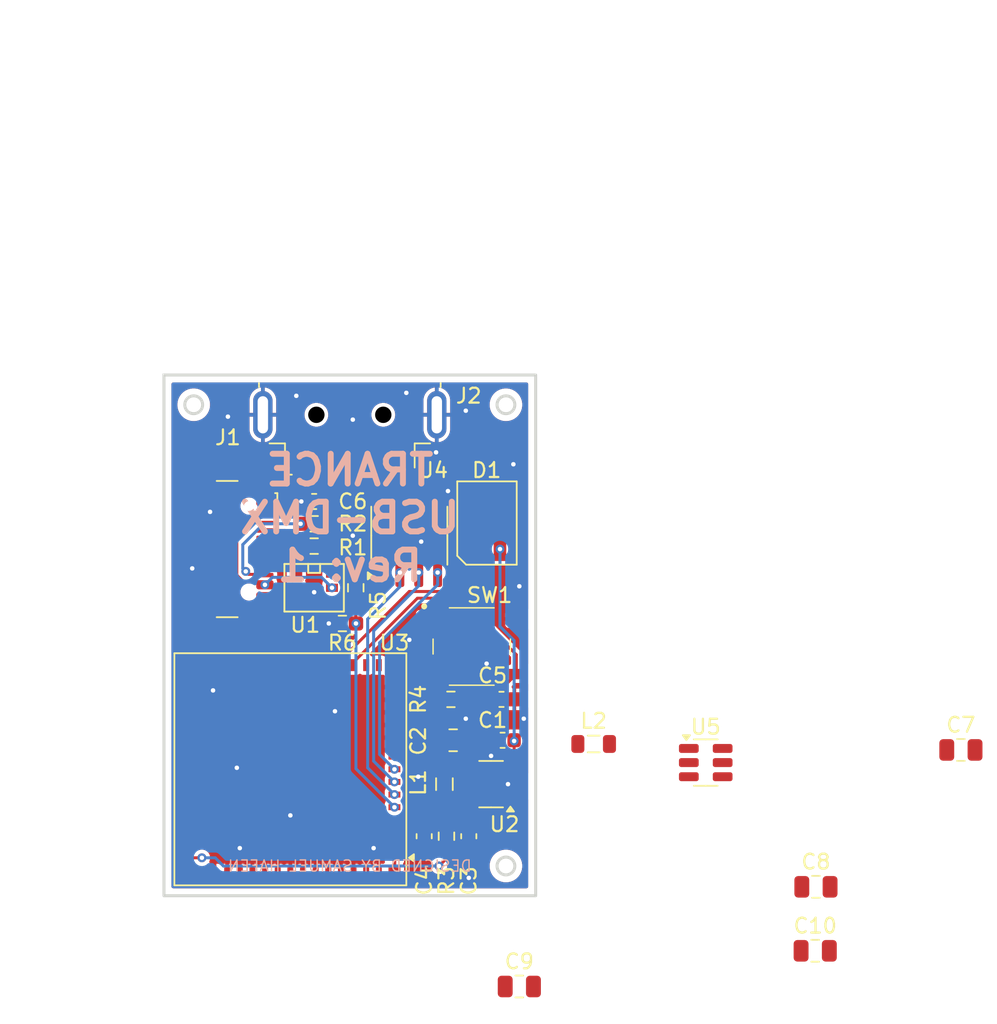
<source format=kicad_pcb>
(kicad_pcb (version 20241229) (generator "pcbnew") (generator_version "9.0")
  (title_block (title "USB-DMX") (date "2025-07-11") (rev "1") (company "Author: Samuel Hafen"))
  (layers (0 "F.Cu" signal) (2 "B.Cu" signal) (13 "F.Paste" user) (15 "B.Paste" user) (5 "F.SilkS" user "F.Silkscreen") (7 "B.SilkS" user "B.Silkscreen") (1 "F.Mask" user) (3 "B.Mask" user) (25 "Edge.Cuts" user))
  (net 0 "")
  (net 1 "Net-(U3-EN)")
  (net 2 "Net-(U2-SW)")
  (net 7 "14")
  (net 8 "15")
  (net 11 "1")
  (net 13 "2")
  (net 18 "4")
  (net 24 "GND")
  (net 25 "VCC_5V")
  (net 26 "VCC_3.3V")
  (net 27 "D+")
  (net 28 "D-")
  (net 31 "3")
  (net 32 "DMX+")
  (net 33 "DMX-")
  (net 34 "Net-(J1-D--PadA7)")
  (net 35 "Net-(J1-CC2)")
  (net 36 "Net-(J1-D+-PadA6)")
  (net 38 "Net-(J1-CC1)")
  (net 54 "Net-(U4-RO)")
  (net 55 "Net-(U5-SW)")
  (net 56 "Net-(U5-BST)")
  (net 57 "Net-(U5-GND)")
  (net 58 "Net-(U5-FB)")
  (net 59 "Net-(U5-EN)")
  (footprint "Capacitor_SMD:C_0805_2012Metric" (layer "F.Cu") (at 131.3 98.7)
    (property "Reference" "C10" (at 0 -1.68 0) (layer "F.SilkS"))
    (property "Value" "22uF")
    (fp_line (start -0.261252 -0.735) (end 0.261252 -0.735) (stroke (width 0.12)) (layer "F.SilkS"))
    (fp_line (start -0.261252 0.735) (end 0.261252 0.735) (stroke (width 0.12)) (layer "F.SilkS"))
    (pad "1" smd roundrect (at -0.95 0) (size 1 1.45) (layers "F.Cu" "F.Mask" "F.Paste") (net 58 "Net-(U5-FB)"))
    (pad "2" smd roundrect (at 0.95 0) (size 1 1.45) (layers "F.Cu" "F.Mask" "F.Paste") (net 57 "Net-(U5-GND)"))
  )
  (footprint "Capacitor_SMD:C_0805_2012Metric" (layer "F.Cu") (at 131.35 94.4)
    (property "Reference" "C8" (at 0 -1.68 0) (layer "F.SilkS"))
    (property "Value" "22uF")
    (fp_line (start -0.261252 -0.735) (end 0.261252 -0.735) (stroke (width 0.12)) (layer "F.SilkS"))
    (fp_line (start -0.261252 0.735) (end 0.261252 0.735) (stroke (width 0.12)) (layer "F.SilkS"))
    (pad "1" smd roundrect (at -0.95 0) (size 1 1.45) (layers "F.Cu" "F.Mask" "F.Paste") (net 58 "Net-(U5-FB)"))
    (pad "2" smd roundrect (at 0.95 0) (size 1 1.45) (layers "F.Cu" "F.Mask" "F.Paste") (net 57 "Net-(U5-GND)"))
  )
  (footprint "Connector_USB:USB_C_Receptacle_GCT_USB4110" (layer "F.Cu") (at 90.61 71.7 -90)
    (property "Reference" "J1" (at -7.5 -1.19 0) (layer "F.SilkS"))
    (property "Value" "USB_C_Receptacle_USB2.0_16P")
    (fp_line (start -4.58 -0.435) (end -4.58 -1.845) (stroke (width 0.12)) (layer "F.SilkS"))
    (fp_line (start 4.58 -0.435) (end 4.58 -1.845) (stroke (width 0.12)) (layer "F.SilkS"))
    (fp_line (start -3.76 -4.515) (end -3.76 -4.365) (stroke (width 0.12)) (layer "F.SilkS"))
    (fp_line (start -2.96 -4.515) (end -3.76 -4.515) (stroke (width 0.12)) (layer "F.SilkS"))
    (pad "" np_thru_hole circle (at -2.89 -2.605 270) (size 0.65 0.65) (drill 0.65) (layers "*.Cu" "*.Mask"))
    (pad "" np_thru_hole circle (at 2.89 -2.605 270) (size 0.65 0.65) (drill 0.65) (layers "*.Cu" "*.Mask"))
    (pad "A1" smd roundrect (at -3.2 -3.68 270) (size 0.6 1.15) (layers "F.Cu" "F.Mask" "F.Paste") (net 24 "GND"))
    (pad "A4" smd roundrect (at -2.4 -3.68 270) (size 0.6 1.15) (layers "F.Cu" "F.Mask" "F.Paste") (net 25 "VCC_5V"))
    (pad "A5" smd roundrect (at -1.25 -3.68 270) (size 0.3 1.15) (layers "F.Cu" "F.Mask" "F.Paste") (net 38 "Net-(J1-CC1)"))
    (pad "A6" smd roundrect (at -0.25 -3.68 270) (size 0.3 1.15) (layers "F.Cu" "F.Mask" "F.Paste") (net 36 "Net-(J1-D+-PadA6)"))
    (pad "A7" smd roundrect (at 0.25 -3.68 270) (size 0.3 1.15) (layers "F.Cu" "F.Mask" "F.Paste") (net 34 "Net-(J1-D--PadA7)"))
    (pad "A8" smd roundrect (at 1.25 -3.68 270) (size 0.3 1.15) (layers "F.Cu" "F.Mask" "F.Paste"))
    (pad "A9" smd roundrect (at 2.4 -3.68 270) (size 0.6 1.15) (layers "F.Cu" "F.Mask" "F.Paste") (net 25 "VCC_5V"))
    (pad "A12" smd roundrect (at 3.2 -3.68 270) (size 0.6 1.15) (layers "F.Cu" "F.Mask" "F.Paste") (net 24 "GND"))
    (pad "B1" smd roundrect (at 3.2 -3.68 270) (size 0.6 1.15) (layers "F.Cu" "F.Mask" "F.Paste") (net 24 "GND"))
    (pad "B4" smd roundrect (at 2.4 -3.68 270) (size 0.6 1.15) (layers "F.Cu" "F.Mask" "F.Paste") (net 25 "VCC_5V"))
    (pad "B5" smd roundrect (at 1.75 -3.68 270) (size 0.3 1.15) (layers "F.Cu" "F.Mask" "F.Paste") (net 35 "Net-(J1-CC2)"))
    (pad "B6" smd roundrect (at 0.75 -3.68 270) (size 0.3 1.15) (layers "F.Cu" "F.Mask" "F.Paste") (net 36 "Net-(J1-D+-PadA6)"))
    (pad "B7" smd roundrect (at -0.75 -3.68 270) (size 0.3 1.15) (layers "F.Cu" "F.Mask" "F.Paste") (net 34 "Net-(J1-D--PadA7)"))
    (pad "B8" smd roundrect (at -1.75 -3.68 270) (size 0.3 1.15) (layers "F.Cu" "F.Mask" "F.Paste"))
    (pad "B9" smd roundrect (at -2.4 -3.68 270) (size 0.6 1.15) (layers "F.Cu" "F.Mask" "F.Paste") (net 25 "VCC_5V"))
    (pad "B12" smd roundrect (at -3.2 -3.68 270) (size 0.6 1.15) (layers "F.Cu" "F.Mask" "F.Paste") (net 24 "GND"))
    (pad "S1" smd roundrect (at -5.11 -3.105 270) (size 2.18 2) (layers "F.Cu" "F.Mask" "F.Paste") (roundrect_rratio 0.125) (net 24 "GND"))
    (pad "S1" smd roundrect (at -5.11 0.825 270) (size 2.18 2) (layers "F.Cu" "F.Mask" "F.Paste") (roundrect_rratio 0.125) (net 24 "GND"))
    (pad "S1" smd roundrect (at 5.11 -3.105 270) (size 2.18 2) (layers "F.Cu" "F.Mask" "F.Paste") (roundrect_rratio 0.125) (net 24 "GND"))
    (pad "S1" smd roundrect (at 5.11 0.825 270) (size 2.18 2) (layers "F.Cu" "F.Mask" "F.Paste") (roundrect_rratio 0.125) (net 24 "GND"))
  )
  (footprint "Capacitor_SMD:C_0805_2012Metric" (layer "F.Cu") (at 141.1 85.2)
    (property "Reference" "C7" (at 0 -1.68 0) (layer "F.SilkS"))
    (property "Value" "100nF")
    (fp_line (start -0.261252 -0.735) (end 0.261252 -0.735) (stroke (width 0.12)) (layer "F.SilkS"))
    (fp_line (start -0.261252 0.735) (end 0.261252 0.735) (stroke (width 0.12)) (layer "F.SilkS"))
    (pad "1" smd roundrect (at -0.95 0) (size 1 1.45) (layers "F.Cu" "F.Mask" "F.Paste") (net 55 "Net-(U5-SW)"))
    (pad "2" smd roundrect (at 0.95 0) (size 1 1.45) (layers "F.Cu" "F.Mask" "F.Paste") (net 56 "Net-(U5-BST)"))
  )
  (footprint "Resistor_SMD:R_0603_1608Metric_Pad0.98x0.95mm_HandSolder" (layer "F.Cu") (at 106.5 91 -90)
    (property "Reference" "R3" (at 3 0 90) (layer "F.SilkS"))
    (property "Value" "10k" (hide yes))
    (fp_line (start -0.254724 0.5225) (end 0.254724 0.5225) (stroke (width 0.12)) (layer "F.SilkS"))
    (fp_line (start -0.254724 -0.5225) (end 0.254724 -0.5225) (stroke (width 0.12)) (layer "F.SilkS"))
    (pad "1" smd roundrect (at -0.9125 0 270) (size 0.975 0.95) (layers "F.Cu" "F.Mask" "F.Paste") (net 26 "VCC_3.3V"))
    (pad "2" smd roundrect (at 0.9125 0 270) (size 0.975 0.95) (layers "F.Cu" "F.Mask" "F.Paste") (net 1 "Net-(U3-EN)"))
  )
  (footprint "Resistor_SMD:R_0603_1608Metric_Pad0.98x0.95mm_HandSolder" (layer "F.Cu") (at 97.6 71.5)
    (property "Reference" "R1" (at 2.6 0.1 0) (layer "F.SilkS"))
    (property "Value" "5k1" (hide yes))
    (fp_line (start -0.254724 -0.5225) (end 0.254724 -0.5225) (stroke (width 0.12)) (layer "F.SilkS"))
    (fp_line (start -0.254724 0.5225) (end 0.254724 0.5225) (stroke (width 0.12)) (layer "F.SilkS"))
    (pad "1" smd roundrect (at -0.9125 0) (size 0.975 0.95) (layers "F.Cu" "F.Mask" "F.Paste") (net 38 "Net-(J1-CC1)"))
    (pad "2" smd roundrect (at 0.9125 0) (size 0.975 0.95) (layers "F.Cu" "F.Mask" "F.Paste") (net 24 "GND"))
  )
  (footprint "Capacitor_SMD:C_0805_2012Metric" (layer "F.Cu") (at 111.4 101.1)
    (property "Reference" "C9" (at 0 -1.68 0) (layer "F.SilkS"))
    (property "Value" "10uF")
    (fp_line (start -0.261252 -0.735) (end 0.261252 -0.735) (stroke (width 0.12)) (layer "F.SilkS"))
    (fp_line (start -0.261252 0.735) (end 0.261252 0.735) (stroke (width 0.12)) (layer "F.SilkS"))
    (pad "1" smd roundrect (at -0.95 0) (size 1 1.45) (layers "F.Cu" "F.Mask" "F.Paste") (net 59 "Net-(U5-EN)"))
    (pad "2" smd roundrect (at 0.95 0) (size 1 1.45) (layers "F.Cu" "F.Mask" "F.Paste") (net 57 "Net-(U5-GND)"))
  )
  (footprint "Resistor_SMD:R_0603_1608Metric_Pad0.98x0.95mm_HandSolder" (layer "F.Cu") (at 97.6 70)
    (property "Reference" "R2" (at 2.6 0 0) (layer "F.SilkS"))
    (property "Value" "5k1" (hide yes))
    (fp_line (start -0.254724 -0.5225) (end 0.254724 -0.5225) (stroke (width 0.12)) (layer "F.SilkS"))
    (fp_line (start -0.254724 0.5225) (end 0.254724 0.5225) (stroke (width 0.12)) (layer "F.SilkS"))
    (pad "1" smd roundrect (at -0.9125 0) (size 0.975 0.95) (layers "F.Cu" "F.Mask" "F.Paste") (net 35 "Net-(J1-CC2)"))
    (pad "2" smd roundrect (at 0.9125 0) (size 0.975 0.95) (layers "F.Cu" "F.Mask" "F.Paste") (net 24 "GND"))
  )
  (footprint "LED_SMD:LED_SK6812MINI_PLCC4_3.5x3.5mm_P1.75mm" (layer "F.Cu") (at 109.225 69.95 -90)
    (property "Reference" "D1" (at -3.55 0.025 0) (layer "F.SilkS"))
    (property "Value" "SK6812MINI")
    (fp_line (start -2.8 2) (end 2.2 2) (stroke (width 0.12)) (layer "F.SilkS"))
    (fp_line (start 2.8 1.4) (end 2.2 2) (stroke (width 0.12)) (layer "F.SilkS"))
    (fp_line (start 2.8 1.4) (end 2.8 -2) (stroke (width 0.12)) (layer "F.SilkS"))
    (fp_line (start -2.8 -2) (end -2.8 2) (stroke (width 0.12)) (layer "F.SilkS"))
    (fp_line (start -2.8 -2) (end 2.8 -2) (stroke (width 0.12)) (layer "F.SilkS"))
    (pad "1" smd rect (at -1.75 -0.875 270) (size 1.6 0.85) (layers "F.Cu" "F.Mask" "F.Paste"))
    (pad "2" smd rect (at -1.75 0.875 270) (size 1.6 0.85) (layers "F.Cu" "F.Mask" "F.Paste") (net 24 "GND"))
    (pad "3" smd rect (at 1.75 0.875 270) (size 1.6 0.85) (layers "F.Cu" "F.Mask" "F.Paste") (net 7 "14"))
    (pad "4" smd rect (at 1.75 -0.875 270) (size 1.6 0.85) (layers "F.Cu" "F.Mask" "F.Paste") (net 25 "VCC_5V"))
  )
  (footprint "RF_Module:ESP32-S2-MINI-1U" (layer "F.Cu") (at 96 86.5 180)
    (property "Reference" "U3" (at -7 8.5 0) (layer "F.SilkS"))
    (property "Value" "ESP32-S3-MINI-1U")
    (fp_line (start 7.8 7.8) (end -7.8 7.8) (stroke (width 0.12)) (layer "F.SilkS"))
    (fp_line (start 7.8 -7.8) (end 7.8 7.8) (stroke (width 0.12)) (layer "F.SilkS"))
    (fp_line (start -7.8 7.8) (end -7.8 -7.8) (stroke (width 0.12)) (layer "F.SilkS"))
    (fp_line (start -7.8 -7.8) (end 7.8 -7.8) (stroke (width 0.12)) (layer "F.SilkS"))
    (fp_poly (pts (xy -7.975 -5.95) (xy -8.311 -5.71) (xy -8.311 -6.19) (xy -7.975 -5.95)) (stroke (width 0.12)) (fill yes) (layer "F.SilkS"))
    (pad "1" smd rect (at -7 -5.95 180) (size 0.8 0.4) (layers "F.Cu" "F.Mask" "F.Paste") (net 24 "GND"))
    (pad "2" smd rect (at -7 -5.1 180) (size 0.8 0.4) (layers "F.Cu" "F.Mask" "F.Paste") (net 24 "GND"))
    (pad "3" smd rect (at -7 -4.25 180) (size 0.8 0.4) (layers "F.Cu" "F.Mask" "F.Paste") (net 26 "VCC_3.3V"))
    (pad "4" smd rect (at -7 -3.4 180) (size 0.8 0.4) (layers "F.Cu" "F.Mask" "F.Paste"))
    (pad "5" smd rect (at -7 -2.55 180) (size 0.8 0.4) (layers "F.Cu" "F.Mask" "F.Paste") (net 11 "1"))
    (pad "6" smd rect (at -7 -1.7 180) (size 0.8 0.4) (layers "F.Cu" "F.Mask" "F.Paste") (net 13 "2"))
    (pad "7" smd rect (at -7 -0.85 180) (size 0.8 0.4) (layers "F.Cu" "F.Mask" "F.Paste") (net 31 "3"))
    (pad "8" smd rect (at -7 0 180) (size 0.8 0.4) (layers "F.Cu" "F.Mask" "F.Paste") (net 18 "4"))
    (pad "9" smd rect (at -7 0.85 180) (size 0.8 0.4) (layers "F.Cu" "F.Mask" "F.Paste"))
    (pad "10" smd rect (at -7 1.7 180) (size 0.8 0.4) (layers "F.Cu" "F.Mask" "F.Paste"))
    (pad "11" smd rect (at -7 2.55 180) (size 0.8 0.4) (layers "F.Cu" "F.Mask" "F.Paste"))
    (pad "12" smd rect (at -7 3.4 180) (size 0.8 0.4) (layers "F.Cu" "F.Mask" "F.Paste"))
    (pad "13" smd rect (at -7 4.25 180) (size 0.8 0.4) (layers "F.Cu" "F.Mask" "F.Paste"))
    (pad "14" smd rect (at -7 5.1 180) (size 0.8 0.4) (layers "F.Cu" "F.Mask" "F.Paste"))
    (pad "15" smd rect (at -7 5.95 180) (size 0.8 0.4) (layers "F.Cu" "F.Mask" "F.Paste"))
    (pad "16" smd rect (at -5.95 7 270) (size 0.8 0.4) (layers "F.Cu" "F.Mask" "F.Paste"))
    (pad "17" smd rect (at -5.1 7 270) (size 0.8 0.4) (layers "F.Cu" "F.Mask" "F.Paste"))
    (pad "18" smd rect (at -4.25 7 270) (size 0.8 0.4) (layers "F.Cu" "F.Mask" "F.Paste") (net 7 "14"))
    (pad "19" smd rect (at -3.4 7 270) (size 0.8 0.4) (layers "F.Cu" "F.Mask" "F.Paste") (net 8 "15"))
    (pad "20" smd rect (at -2.55 7 270) (size 0.8 0.4) (layers "F.Cu" "F.Mask" "F.Paste"))
    (pad "21" smd rect (at -1.7 7 270) (size 0.8 0.4) (layers "F.Cu" "F.Mask" "F.Paste"))
    (pad "22" smd rect (at -0.85 7 270) (size 0.8 0.4) (layers "F.Cu" "F.Mask" "F.Paste"))
    (pad "23" smd rect (at 0 7 270) (size 0.8 0.4) (layers "F.Cu" "F.Mask" "F.Paste") (net 28 "D-"))
    (pad "24" smd rect (at 0.85 7 270) (size 0.8 0.4) (layers "F.Cu" "F.Mask" "F.Paste") (net 27 "D+"))
    (pad "25" smd rect (at 1.7 7 270) (size 0.8 0.4) (layers "F.Cu" "F.Mask" "F.Paste"))
    (pad "26" smd rect (at 2.55 7 270) (size 0.8 0.4) (layers "F.Cu" "F.Mask" "F.Paste"))
    (pad "27" smd rect (at 3.4 7 270) (size 0.8 0.4) (layers "F.Cu" "F.Mask" "F.Paste"))
    (pad "28" smd rect (at 4.25 7 270) (size 0.8 0.4) (layers "F.Cu" "F.Mask" "F.Paste"))
    (pad "29" smd rect (at 5.1 7 270) (size 0.8 0.4) (layers "F.Cu" "F.Mask" "F.Paste"))
    (pad "30" smd rect (at 5.95 7 270) (size 0.8 0.4) (layers "F.Cu" "F.Mask" "F.Paste"))
    (pad "31" smd rect (at 7 5.95 180) (size 0.8 0.4) (layers "F.Cu" "F.Mask" "F.Paste"))
    (pad "32" smd rect (at 7 5.1 180) (size 0.8 0.4) (layers "F.Cu" "F.Mask" "F.Paste"))
    (pad "33" smd rect (at 7 4.25 180) (size 0.8 0.4) (layers "F.Cu" "F.Mask" "F.Paste"))
    (pad "34" smd rect (at 7 3.4 180) (size 0.8 0.4) (layers "F.Cu" "F.Mask" "F.Paste"))
    (pad "35" smd rect (at 7 2.55 180) (size 0.8 0.4) (layers "F.Cu" "F.Mask" "F.Paste"))
    (pad "36" smd rect (at 7 1.7 180) (size 0.8 0.4) (layers "F.Cu" "F.Mask" "F.Paste"))
    (pad "37" smd rect (at 7 0.85 180) (size 0.8 0.4) (layers "F.Cu" "F.Mask" "F.Paste"))
    (pad "38" smd rect (at 7 0 180) (size 0.8 0.4) (layers "F.Cu" "F.Mask" "F.Paste"))
    (pad "39" smd rect (at 7 -0.85 180) (size 0.8 0.4) (layers "F.Cu" "F.Mask" "F.Paste"))
    (pad "40" smd rect (at 7 -1.7 180) (size 0.8 0.4) (layers "F.Cu" "F.Mask" "F.Paste"))
    (pad "41" smd rect (at 7 -2.55 180) (size 0.8 0.4) (layers "F.Cu" "F.Mask" "F.Paste"))
    (pad "42" smd rect (at 7 -3.4 180) (size 0.8 0.4) (layers "F.Cu" "F.Mask" "F.Paste") (net 24 "GND"))
    (pad "43" smd rect (at 7 -4.25 180) (size 0.8 0.4) (layers "F.Cu" "F.Mask" "F.Paste") (net 24 "GND"))
    (pad "44" smd rect (at 7 -5.1 180) (size 0.8 0.4) (layers "F.Cu" "F.Mask" "F.Paste"))
    (pad "45" smd rect (at 7 -5.95 180) (size 0.8 0.4) (layers "F.Cu" "F.Mask" "F.Paste") (net 1 "Net-(U3-EN)"))
    (pad "46" smd rect (at 5.95 -7 270) (size 0.8 0.4) (layers "F.Cu" "F.Mask" "F.Paste") (net 24 "GND"))
    (pad "47" smd rect (at 5.1 -7 270) (size 0.8 0.4) (layers "F.Cu" "F.Mask" "F.Paste") (net 24 "GND"))
    (pad "48" smd rect (at 4.25 -7 270) (size 0.8 0.4) (layers "F.Cu" "F.Mask" "F.Paste") (net 24 "GND"))
    (pad "49" smd rect (at 3.4 -7 270) (size 0.8 0.4) (layers "F.Cu" "F.Mask" "F.Paste") (net 24 "GND"))
    (pad "50" smd rect (at 2.55 -7 270) (size 0.8 0.4) (layers "F.Cu" "F.Mask" "F.Paste") (net 24 "GND"))
    (pad "51" smd rect (at 1.7 -7 270) (size 0.8 0.4) (layers "F.Cu" "F.Mask" "F.Paste") (net 24 "GND"))
    (pad "52" smd rect (at 0.85 -7 270) (size 0.8 0.4) (layers "F.Cu" "F.Mask" "F.Paste") (net 24 "GND"))
    (pad "53" smd rect (at 0 -7 270) (size 0.8 0.4) (layers "F.Cu" "F.Mask" "F.Paste") (net 24 "GND"))
    (pad "54" smd rect (at -0.85 -7 270) (size 0.8 0.4) (layers "F.Cu" "F.Mask" "F.Paste") (net 24 "GND"))
    (pad "55" smd rect (at -1.7 -7 270) (size 0.8 0.4) (layers "F.Cu" "F.Mask" "F.Paste") (net 24 "GND"))
    (pad "56" smd rect (at -2.55 -7 270) (size 0.8 0.4) (layers "F.Cu" "F.Mask" "F.Paste") (net 24 "GND"))
    (pad "57" smd rect (at -3.4 -7 270) (size 0.8 0.4) (layers "F.Cu" "F.Mask" "F.Paste") (net 24 "GND"))
    (pad "58" smd rect (at -4.25 -7 270) (size 0.8 0.4) (layers "F.Cu" "F.Mask" "F.Paste") (net 24 "GND"))
    (pad "59" smd rect (at -5.1 -7 270) (size 0.8 0.4) (layers "F.Cu" "F.Mask" "F.Paste") (net 24 "GND"))
    (pad "60" smd rect (at -5.95 -7 270) (size 0.8 0.4) (layers "F.Cu" "F.Mask" "F.Paste") (net 24 "GND"))
    (pad "61" smd roundrect (at -1.65 -1.65 180) (size 1.2 1.2) (property pad_prop_heatsink) (layers "F.Cu" "F.Mask" "F.Paste") (roundrect_rratio 0) (chamfer_ratio 0.33) (chamfer top_left) (net 24 "GND"))
    (pad "61" smd rect (at -1.65 0 180) (size 1.2 1.2) (property pad_prop_heatsink) (layers "F.Cu" "F.Mask" "F.Paste") (net 24 "GND"))
    (pad "61" smd rect (at -1.65 1.65 180) (size 1.2 1.2) (property pad_prop_heatsink) (layers "F.Cu" "F.Mask" "F.Paste") (net 24 "GND"))
    (pad "61" smd rect (at 0 -1.65 180) (size 1.2 1.2) (property pad_prop_heatsink) (layers "F.Cu" "F.Mask" "F.Paste") (net 24 "GND"))
    (pad "61" smd rect (at 0 0 180) (size 1.2 1.2) (property pad_prop_heatsink) (layers "F.Cu" "F.Mask" "F.Paste") (net 24 "GND"))
    (pad "61" smd rect (at 0 1.65 180) (size 1.2 1.2) (property pad_prop_heatsink) (layers "F.Cu" "F.Mask" "F.Paste") (net 24 "GND"))
    (pad "61" smd rect (at 1.65 -1.65 180) (size 1.2 1.2) (property pad_prop_heatsink) (layers "F.Cu" "F.Mask" "F.Paste") (net 24 "GND"))
    (pad "61" smd rect (at 1.65 0 180) (size 1.2 1.2) (property pad_prop_heatsink) (layers "F.Cu" "F.Mask" "F.Paste") (net 24 "GND"))
    (pad "61" smd rect (at 1.65 1.65 180) (size 1.2 1.2) (property pad_prop_heatsink) (layers "F.Cu" "F.Mask" "F.Paste") (net 24 "GND"))
    (pad "62" smd rect (at -7 -7 180) (size 0.8 0.8) (layers "F.Cu" "F.Mask" "F.Paste") (net 24 "GND"))
    (pad "63" smd rect (at -7 7 180) (size 0.8 0.8) (layers "F.Cu" "F.Mask" "F.Paste") (net 24 "GND"))
    (pad "64" smd rect (at 7 7 180) (size 0.8 0.8) (layers "F.Cu" "F.Mask" "F.Paste") (net 24 "GND"))
    (pad "65" smd rect (at 7 -7 180) (size 0.8 0.8) (layers "F.Cu" "F.Mask" "F.Paste") (net 24 "GND"))
  )
  (footprint "Capacitor_SMD:C_0603_1608Metric" (layer "F.Cu") (at 110.275 84.55 180)
    (property "Reference" "C1" (at 0.675 1.35 0) (layer "F.SilkS"))
    (property "Value" "4.7uF" (hide yes))
    (fp_line (start -0.14058 0.51) (end 0.14058 0.51) (stroke (width 0.12)) (layer "F.SilkS"))
    (fp_line (start -0.14058 -0.51) (end 0.14058 -0.51) (stroke (width 0.12)) (layer "F.SilkS"))
    (pad "1" smd roundrect (at -0.775 0 180) (size 0.9 0.95) (layers "F.Cu" "F.Mask" "F.Paste") (net 25 "VCC_5V"))
    (pad "2" smd roundrect (at 0.775 0 180) (size 0.9 0.95) (layers "F.Cu" "F.Mask" "F.Paste") (net 24 "GND"))
  )
  (footprint "Package_TO_SOT_SMD:TSOT-23-5" (layer "F.Cu") (at 109.5 87.5 180)
    (property "Reference" "U2" (at -0.9 -2.7 0) (layer "F.SilkS"))
    (property "Value" "ADP2108AUJ-3.3" (hide yes))
    (fp_line (start 0 1.56) (end 0.8 1.56) (stroke (width 0.12)) (layer "F.SilkS"))
    (fp_line (start 0 1.56) (end -0.8 1.56) (stroke (width 0.12)) (layer "F.SilkS"))
    (fp_line (start 0 -1.56) (end 0.8 -1.56) (stroke (width 0.12)) (layer "F.SilkS"))
    (fp_line (start 0 -1.56) (end -0.8 -1.56) (stroke (width 0.12)) (layer "F.SilkS"))
    (fp_poly (pts (xy -1.3 -1.51) (xy -1.54 -1.84) (xy -1.06 -1.84) (xy -1.3 -1.51)) (stroke (width 0.12)) (fill yes) (layer "F.SilkS"))
    (pad "1" smd roundrect (at -1.1375 -0.95 180) (size 1.325 0.6) (layers "F.Cu" "F.Mask" "F.Paste") (net 25 "VCC_5V"))
    (pad "2" smd roundrect (at -1.1375 0 180) (size 1.325 0.6) (layers "F.Cu" "F.Mask" "F.Paste") (net 24 "GND"))
    (pad "3" smd roundrect (at -1.1375 0.95 180) (size 1.325 0.6) (layers "F.Cu" "F.Mask" "F.Paste") (net 25 "VCC_5V"))
    (pad "4" smd roundrect (at 1.1375 0.95 180) (size 1.325 0.6) (layers "F.Cu" "F.Mask" "F.Paste") (net 26 "VCC_3.3V"))
    (pad "5" smd roundrect (at 1.1375 -0.95 180) (size 1.325 0.6) (layers "F.Cu" "F.Mask" "F.Paste") (net 2 "Net-(U2-SW)"))
  )
  (footprint "Resistor_SMD:R_0603_1608Metric_Pad0.98x0.95mm_HandSolder" (layer "F.Cu") (at 100.4 74.3 90)
    (property "Reference" "R5" (at -1.2 1.5 90) (layer "F.SilkS"))
    (property "Value" "5k1" (hide yes))
    (fp_line (start -0.254724 -0.5225) (end 0.254724 -0.5225) (stroke (width 0.12)) (layer "F.SilkS"))
    (fp_line (start -0.254724 0.5225) (end 0.254724 0.5225) (stroke (width 0.12)) (layer "F.SilkS"))
    (pad "1" smd roundrect (at -0.9125 0 90) (size 0.975 0.95) (layers "F.Cu" "F.Mask" "F.Paste") (net 11 "1"))
    (pad "2" smd roundrect (at 0.9125 0 90) (size 0.975 0.95) (layers "F.Cu" "F.Mask" "F.Paste") (net 54 "Net-(U4-RO)"))
  )
  (footprint "Resistor_SMD:R_0603_1608Metric_Pad0.98x0.95mm_HandSolder" (layer "F.Cu") (at 106.8 81.8)
    (property "Reference" "R4" (at -2.2 0 90) (layer "F.SilkS"))
    (property "Value" "10k" (hide yes))
    (fp_line (start -0.254724 -0.5225) (end 0.254724 -0.5225) (stroke (width 0.12)) (layer "F.SilkS"))
    (fp_line (start -0.254724 0.5225) (end 0.254724 0.5225) (stroke (width 0.12)) (layer "F.SilkS"))
    (pad "1" smd roundrect (at -0.9125 0) (size 0.975 0.95) (layers "F.Cu" "F.Mask" "F.Paste") (net 26 "VCC_3.3V"))
    (pad "2" smd roundrect (at 0.9125 0) (size 0.975 0.95) (layers "F.Cu" "F.Mask" "F.Paste") (net 8 "15"))
  )
  (footprint "Package_SO:SOIC-8_3.9x4.9mm_P1.27mm" (layer "F.Cu") (at 104 70.8 90)
    (property "Reference" "U4" (at 4.4 1.6 0) (layer "F.SilkS"))
    (property "Value" "ST485E" (hide yes))
    (fp_line (start 0 -2.56) (end 1.95 -2.56) (stroke (width 0.12)) (layer "F.SilkS"))
    (fp_line (start 0 -2.56) (end -1.95 -2.56) (stroke (width 0.12)) (layer "F.SilkS"))
    (fp_line (start 0 2.56) (end 1.95 2.56) (stroke (width 0.12)) (layer "F.SilkS"))
    (fp_line (start 0 2.56) (end -1.95 2.56) (stroke (width 0.12)) (layer "F.SilkS"))
    (fp_poly (pts (xy -2.7 -2.465) (xy -2.94 -2.795) (xy -2.46 -2.795) (xy -2.7 -2.465)) (stroke (width 0.12)) (fill yes) (layer "F.SilkS"))
    (pad "1" smd roundrect (at -2.475 -1.905 90) (size 1.95 0.6) (layers "F.Cu" "F.Mask" "F.Paste") (net 54 "Net-(U4-RO)"))
    (pad "2" smd roundrect (at -2.475 -0.635 90) (size 1.95 0.6) (layers "F.Cu" "F.Mask" "F.Paste") (net 13 "2"))
    (pad "3" smd roundrect (at -2.475 0.635 90) (size 1.95 0.6) (layers "F.Cu" "F.Mask" "F.Paste") (net 31 "3"))
    (pad "4" smd roundrect (at -2.475 1.905 90) (size 1.95 0.6) (layers "F.Cu" "F.Mask" "F.Paste") (net 18 "4"))
    (pad "5" smd roundrect (at 2.475 1.905 90) (size 1.95 0.6) (layers "F.Cu" "F.Mask" "F.Paste") (net 24 "GND"))
    (pad "6" smd roundrect (at 2.475 0.635 90) (size 1.95 0.6) (layers "F.Cu" "F.Mask" "F.Paste") (net 32 "DMX+"))
    (pad "7" smd roundrect (at 2.475 -0.635 90) (size 1.95 0.6) (layers "F.Cu" "F.Mask" "F.Paste") (net 33 "DMX-"))
    (pad "8" smd roundrect (at 2.475 -1.905 90) (size 1.95 0.6) (layers "F.Cu" "F.Mask" "F.Paste") (net 25 "VCC_5V"))
  )
  (footprint "footprints:IP4234CZ6_SOT-457-6" (layer "F.Cu") (at 97.6 74.3)
    (property "Reference" "U1" (at -0.6 2.5 0) (layer "F.SilkS"))
    (property "Value" "IP4234CZ6" (hide yes))
    (fp_line (start -2 -1.6) (end -0.4 -1.6) (stroke (width 0.127)) (layer "F.SilkS"))
    (fp_line (start -2 1.6) (end -2 -1.6) (stroke (width 0.127)) (layer "F.SilkS"))
    (fp_line (start -0.4 -1.6) (end -0.4 -1) (stroke (width 0.127)) (layer "F.SilkS"))
    (fp_line (start -0.4 -1.6) (end 0.4 -1.6) (stroke (width 0.127)) (layer "F.SilkS"))
    (fp_line (start -0.4 -1) (end 0.4 -1) (stroke (width 0.127)) (layer "F.SilkS"))
    (fp_line (start 0.4 -1.6) (end 2 -1.6) (stroke (width 0.127)) (layer "F.SilkS"))
    (fp_line (start 0.4 -1) (end 0.4 -1.6) (stroke (width 0.127)) (layer "F.SilkS"))
    (fp_line (start 2 -1.6) (end 2 1.6) (stroke (width 0.127)) (layer "F.SilkS"))
    (fp_line (start 2 1.6) (end -2 1.6) (stroke (width 0.127)) (layer "F.SilkS"))
    (pad "1" smd rect (at -1.2 -0.95) (size 0.8 0.55) (layers "F.Cu" "F.Mask" "F.Paste") (net 36 "Net-(J1-D+-PadA6)"))
    (pad "2" smd rect (at -1.2 0) (size 0.8 0.55) (layers "F.Cu" "F.Mask" "F.Paste") (net 24 "GND"))
    (pad "3" smd rect (at -1.2 0.95) (size 0.8 0.55) (layers "F.Cu" "F.Mask" "F.Paste") (net 27 "D+"))
    (pad "4" smd rect (at 1.2 0.95) (size 0.8 0.55) (layers "F.Cu" "F.Mask" "F.Paste") (net 28 "D-"))
    (pad "5" smd rect (at 1.2 0) (size 0.8 0.55) (layers "F.Cu" "F.Mask" "F.Paste") (net 25 "VCC_5V"))
    (pad "6" smd rect (at 1.2 -0.95) (size 0.8 0.55) (layers "F.Cu" "F.Mask" "F.Paste") (net 34 "Net-(J1-D--PadA7)"))
  )
  (footprint "footprints:PTS526SM15SMTR2LFS" (layer "F.Cu") (at 108.2 78.25)
    (property "Reference" "SW1" (at 1.2 -3.45 0) (layer "F.SilkS"))
    (property "Value" "PTS526_SM15_SMTR2_LFS" (hide yes))
    (fp_line (start -2.6 -0.5) (end -2.6 0.5) (stroke (width 0.1)) (layer "F.SilkS"))
    (fp_line (start -1.5 -2.6) (end 1.5 -2.6) (stroke (width 0.1)) (layer "F.SilkS"))
    (fp_line (start -1.5 2.6) (end 1.5 2.6) (stroke (width 0.1)) (layer "F.SilkS"))
    (fp_line (start 2.6 -0.5) (end 2.6 0.5) (stroke (width 0.1)) (layer "F.SilkS"))
    (fp_arc (start -3.2 -2.8) (mid -3.1 -2.7) (end -3.2 -2.6) (stroke (width 0.2)) (layer "F.SilkS"))
    (fp_arc (start -3.2 -2.6) (mid -3.3 -2.7) (end -3.2 -2.8) (stroke (width 0.2)) (layer "F.SilkS"))
    (pad "1" smd rect (at -3 -1.85) (size 1 0.7) (layers "F.Cu" "F.Mask" "F.Paste") (net 24 "GND"))
    (pad "2" smd rect (at 3 -1.85) (size 1 0.7) (layers "F.Cu" "F.Mask" "F.Paste") (net 24 "GND"))
    (pad "3" smd rect (at -3 1.85) (size 1 0.7) (layers "F.Cu" "F.Mask" "F.Paste") (net 8 "15"))
    (pad "4" smd rect (at 3 1.85) (size 1 0.7) (layers "F.Cu" "F.Mask" "F.Paste") (net 8 "15"))
  )
  (footprint "Capacitor_SMD:C_0603_1608Metric_Pad1.08x0.95mm_HandSolder" (layer "F.Cu") (at 97.6 68.5 180)
    (property "Reference" "C6" (at -2.6 0 0) (layer "F.SilkS"))
    (property "Value" "0u1F" (hide yes))
    (fp_line (start -0.146267 0.51) (end 0.146267 0.51) (stroke (width 0.12)) (layer "F.SilkS"))
    (fp_line (start -0.146267 -0.51) (end 0.146267 -0.51) (stroke (width 0.12)) (layer "F.SilkS"))
    (pad "1" smd roundrect (at -0.8625 0 180) (size 1.075 0.95) (layers "F.Cu" "F.Mask" "F.Paste") (net 25 "VCC_5V"))
    (pad "2" smd roundrect (at 0.8625 0 180) (size 1.075 0.95) (layers "F.Cu" "F.Mask" "F.Paste") (net 24 "GND"))
  )
  (footprint "Capacitor_SMD:C_0603_1608Metric_Pad1.08x0.95mm_HandSolder" (layer "F.Cu") (at 105 91 -90)
    (property "Reference" "C4" (at 3 0 90) (layer "F.SilkS"))
    (property "Value" "0u1F" (hide yes))
    (fp_line (start -0.146267 0.51) (end 0.146267 0.51) (stroke (width 0.12)) (layer "F.SilkS"))
    (fp_line (start -0.146267 -0.51) (end 0.146267 -0.51) (stroke (width 0.12)) (layer "F.SilkS"))
    (pad "1" smd roundrect (at -0.8625 0 270) (size 1.075 0.95) (layers "F.Cu" "F.Mask" "F.Paste") (net 26 "VCC_3.3V"))
    (pad "2" smd roundrect (at 0.8625 0 270) (size 1.075 0.95) (layers "F.Cu" "F.Mask" "F.Paste") (net 24 "GND"))
  )
  (footprint "Capacitor_SMD:C_0603_1608Metric_Pad1.08x0.95mm_HandSolder" (layer "F.Cu") (at 108 91 90)
    (property "Reference" "C3" (at -3 0 90) (layer "F.SilkS"))
    (property "Value" "1uF" (hide yes))
    (fp_line (start -0.146267 -0.51) (end 0.146267 -0.51) (stroke (width 0.12)) (layer "F.SilkS"))
    (fp_line (start -0.146267 0.51) (end 0.146267 0.51) (stroke (width 0.12)) (layer "F.SilkS"))
    (pad "1" smd roundrect (at -0.8625 0 90) (size 1.075 0.95) (layers "F.Cu" "F.Mask" "F.Paste") (net 1 "Net-(U3-EN)"))
    (pad "2" smd roundrect (at 0.8625 0 90) (size 1.075 0.95) (layers "F.Cu" "F.Mask" "F.Paste") (net 24 "GND"))
  )
  (footprint "Package_TO_SOT_SMD:TSOT-23-6" (layer "F.Cu") (at 123.9375 86.05)
    (property "Reference" "U5" (at 0 -2.4 0) (layer "F.SilkS"))
    (property "Value" "AP63203WU")
    (fp_line (start 0 -1.56) (end -0.8 -1.56) (stroke (width 0.12)) (layer "F.SilkS"))
    (fp_line (start 0 -1.56) (end 0.8 -1.56) (stroke (width 0.12)) (layer "F.SilkS"))
    (fp_line (start 0 1.56) (end -0.8 1.56) (stroke (width 0.12)) (layer "F.SilkS"))
    (fp_line (start 0 1.56) (end 0.8 1.56) (stroke (width 0.12)) (layer "F.SilkS"))
    (fp_poly (pts (xy -1.3 -1.51) (xy -1.54 -1.84) (xy -1.06 -1.84) (xy -1.3 -1.51)) (stroke (width 0.12)) (fill yes) (layer "F.SilkS"))
    (pad "1" smd roundrect (at -1.1375 -0.95) (size 1.325 0.6) (layers "F.Cu" "F.Mask" "F.Paste") (net 58 "Net-(U5-FB)"))
    (pad "2" smd roundrect (at -1.1375 0) (size 1.325 0.6) (layers "F.Cu" "F.Mask" "F.Paste") (net 59 "Net-(U5-EN)"))
    (pad "3" smd roundrect (at -1.1375 0.95) (size 1.325 0.6) (layers "F.Cu" "F.Mask" "F.Paste") (net 59 "Net-(U5-EN)"))
    (pad "4" smd roundrect (at 1.1375 0.95) (size 1.325 0.6) (layers "F.Cu" "F.Mask" "F.Paste") (net 57 "Net-(U5-GND)"))
    (pad "5" smd roundrect (at 1.1375 0) (size 1.325 0.6) (layers "F.Cu" "F.Mask" "F.Paste") (net 55 "Net-(U5-SW)"))
    (pad "6" smd roundrect (at 1.1375 -0.95) (size 1.325 0.6) (layers "F.Cu" "F.Mask" "F.Paste") (net 56 "Net-(U5-BST)"))
  )
  (footprint "Resistor_SMD:R_0603_1608Metric_Pad0.98x0.95mm_HandSolder" (layer "F.Cu") (at 99.5 76.7 180)
    (property "Reference" "R6" (at 0 -1.3 0) (layer "F.SilkS"))
    (property "Value" "10k" (hide yes))
    (fp_line (start -0.254724 0.5225) (end 0.254724 0.5225) (stroke (width 0.12)) (layer "F.SilkS"))
    (fp_line (start -0.254724 -0.5225) (end 0.254724 -0.5225) (stroke (width 0.12)) (layer "F.SilkS"))
    (pad "1" smd roundrect (at -0.9125 0 180) (size 0.975 0.95) (layers "F.Cu" "F.Mask" "F.Paste") (net 11 "1"))
    (pad "2" smd roundrect (at 0.9125 0 180) (size 0.975 0.95) (layers "F.Cu" "F.Mask" "F.Paste") (net 24 "GND"))
  )
  (footprint "Inductor_SMD:L_0805_2012Metric" (layer "F.Cu") (at 116.4 84.8)
    (property "Reference" "L2" (at 0 -1.55 0) (layer "F.SilkS"))
    (property "Value" "3u9H")
    (fp_line (start -0.399622 -0.56) (end 0.399622 -0.56) (stroke (width 0.12)) (layer "F.SilkS"))
    (fp_line (start -0.399622 0.56) (end 0.399622 0.56) (stroke (width 0.12)) (layer "F.SilkS"))
    (pad "1" smd roundrect (at -1.0625 0) (size 0.875 1.2) (layers "F.Cu" "F.Mask" "F.Paste") (net 55 "Net-(U5-SW)"))
    (pad "2" smd roundrect (at 1.0625 0) (size 0.875 1.2) (layers "F.Cu" "F.Mask" "F.Paste") (net 58 "Net-(U5-FB)"))
  )
  (footprint "Inductor_SMD:L_0805_2012Metric" (layer "F.Cu") (at 106.3625 87.5 90)
    (property "Reference" "L1" (at 0.1 -1.7625 90) (layer "F.SilkS"))
    (property "Value" "1uH" (hide yes))
    (fp_line (start -0.399622 -0.56) (end 0.399622 -0.56) (stroke (width 0.12)) (layer "F.SilkS"))
    (fp_line (start -0.399622 0.56) (end 0.399622 0.56) (stroke (width 0.12)) (layer "F.SilkS"))
    (pad "1" smd roundrect (at -1.0625 0 90) (size 0.875 1.2) (layers "F.Cu" "F.Mask" "F.Paste") (net 2 "Net-(U2-SW)"))
    (pad "2" smd roundrect (at 1.0625 0 90) (size 0.875 1.2) (layers "F.Cu" "F.Mask" "F.Paste") (net 26 "VCC_3.3V"))
  )
  (footprint "Connector_USB:USB_A_Molex_48037-2200_Horizontal" (layer "F.Cu") (at 100 54.3 90)
    (property "Reference" "J2" (at -7.1 8 0) (layer "F.SilkS"))
    (property "Value" "USB_A")
    (fp_line (start -6.515 -6.11) (end -6.245 -6.11) (stroke (width 0.12)) (layer "F.SilkS"))
    (fp_line (start -10.3 -5.4) (end -10.3 -4.36) (stroke (width 0.12)) (layer "F.SilkS"))
    (fp_line (start -12.4 -4.36) (end -10.3 -4.36) (stroke (width 0.12)) (layer "F.SilkS"))
    (fp_line (start -12.4 -4.36) (end -12.4 -3.9) (stroke (width 0.12)) (layer "F.SilkS"))
    (fp_line (start -10.3 4.36) (end -10.3 5.4) (stroke (width 0.12)) (layer "F.SilkS"))
    (fp_line (start -11.92 4.36) (end -10.3 4.36) (stroke (width 0.12)) (layer "F.SilkS"))
    (fp_line (start -6.515 6.11) (end -6.245 6.11) (stroke (width 0.12)) (layer "F.SilkS"))
    (pad "" np_thru_hole circle (at -8.375 -2.25 90) (size 1.1 1.1) (drill 1.1) (layers "*.Mask"))
    (pad "" np_thru_hole circle (at -8.375 2.25 90) (size 1.1 1.1) (drill 1.1) (layers "*.Mask"))
    (pad "1" smd roundrect (at -10.975 -3.5 90) (size 2 1.2) (layers "F.Cu" "F.Mask" "F.Paste") (net 25 "VCC_5V"))
    (pad "2" smd roundrect (at -10.975 -1 90) (size 2 1.2) (layers "F.Cu" "F.Mask" "F.Paste") (net 33 "DMX-"))
    (pad "3" smd roundrect (at -10.975 1 90) (size 2 1.2) (layers "F.Cu" "F.Mask" "F.Paste") (net 32 "DMX+"))
    (pad "4" smd roundrect (at -10.975 3.5 90) (size 2 1.2) (layers "F.Cu" "F.Mask" "F.Paste") (net 24 "GND"))
    (pad "5" thru_hole oval (at -8.375 -5.85 90) (size 3.2 1.3) (drill oval 2.5 0.7) (property pad_prop_heatsink) (layers "*.Cu" "*.Mask") (net 24 "GND"))
    (pad "5" thru_hole oval (at -8.375 5.85 90) (size 3.2 1.3) (drill oval 2.5 0.7) (property pad_prop_heatsink) (layers "*.Cu" "*.Mask") (net 24 "GND"))
  )
  (footprint "Capacitor_SMD:C_0603_1608Metric_Pad1.08x0.95mm_HandSolder" (layer "F.Cu") (at 110.2 81.8)
    (property "Reference" "C5" (at -0.6 -1.6 0) (layer "F.SilkS"))
    (property "Value" "0u1F" (hide yes))
    (fp_line (start -0.146267 -0.51) (end 0.146267 -0.51) (stroke (width 0.12)) (layer "F.SilkS"))
    (fp_line (start -0.146267 0.51) (end 0.146267 0.51) (stroke (width 0.12)) (layer "F.SilkS"))
    (pad "1" smd roundrect (at -0.8625 0) (size 1.075 0.95) (layers "F.Cu" "F.Mask" "F.Paste") (net 8 "15"))
    (pad "2" smd roundrect (at 0.8625 0) (size 1.075 0.95) (layers "F.Cu" "F.Mask" "F.Paste") (net 24 "GND"))
  )
  (footprint "Capacitor_SMD:C_0805_2012Metric" (layer "F.Cu") (at 106.95 84.55)
    (property "Reference" "C2" (at -2.35 0.05 90) (layer "F.SilkS"))
    (property "Value" "10uF" (hide yes))
    (fp_line (start -0.261252 -0.735) (end 0.261252 -0.735) (stroke (width 0.12)) (layer "F.SilkS"))
    (fp_line (start -0.261252 0.735) (end 0.261252 0.735) (stroke (width 0.12)) (layer "F.SilkS"))
    (pad "1" smd roundrect (at -0.95 0) (size 1 1.45) (layers "F.Cu" "F.Mask" "F.Paste") (net 26 "VCC_3.3V"))
    (pad "2" smd roundrect (at 0.95 0) (size 1 1.45) (layers "F.Cu" "F.Mask" "F.Paste") (net 24 "GND"))
  )
  (gr_circle (center 89.5 62) (end 90.1 62) (stroke (width 0.2)) (fill no) (layer "Edge.Cuts"))
  (gr_circle (center 110.5 93) (end 111.1 93) (stroke (width 0.2)) (fill no) (layer "Edge.Cuts"))
  (gr_rect (start 87.5 60) (end 112.5 95) (stroke (width 0.2)) (fill no) (layer "Edge.Cuts"))
  (gr_circle (center 110.5 62) (end 111.1 62) (stroke (width 0.2)) (fill no) (layer "Edge.Cuts"))
  (gr_text "DESIGNED BY SAMUEL HAFEN" (at 100 93 0) (layer "B.SilkS") (effects (font (size 0.75 0.75) (thickness 0.09375)) (justify mirror)))
  (gr_text "TRANCE\nUSB-DMX\nRev: 1" (at 100 74 0) (layer "B.SilkS") (effects (font (size 2 2) (thickness 0.4) (bold yes)) (justify bottom mirror)))
  (segment (start 106.55 91.8625) (end 106.5 91.9125) (width 0.2) (layer "F.Cu") (net 1))
  (segment (start 106.5 92.5) (end 106 93) (width 0.2) (layer "F.Cu") (net 1))
  (segment (start 106.5 91.9125) (end 106.5 92.5) (width 0.2) (layer "F.Cu") (net 1))
  (segment (start 108 91.8625) (end 106.55 91.8625) (width 0.2) (layer "F.Cu") (net 1))
  (segment (start 90.05 92.45) (end 89 92.45) (width 0.2) (layer "F.Cu") (net 1))
  (via (at 106 93) (size 0.6) (drill 0.3) (layers "F.Cu" "B.Cu") (net 1))
  (via (at 90.05 92.45) (size 0.6) (drill 0.3) (layers "F.Cu" "B.Cu") (net 1))
  (segment (start 91.5 93) (end 106 93) (width 0.2) (layer "B.Cu") (net 1))
  (segment (start 90.05 92.45) (end 90.95 92.45) (width 0.2) (layer "B.Cu") (net 1))
  (segment (start 90.95 92.45) (end 91.5 93) (width 0.2) (layer "B.Cu") (net 1))
  (segment (start 106.475 88.45) (end 106.3625 88.5625) (width 0.2) (layer "F.Cu") (net 2))
  (segment (start 108.3625 88.45) (end 106.475 88.45) (width 0.2) (layer "F.Cu") (net 2))
  (segment (start 104.55 75) (end 106.6 75) (width 0.2) (layer "F.Cu") (net 7))
  (segment (start 106.6 75) (end 108.35 73.25) (width 0.2) (layer "F.Cu") (net 7))
  (segment (start 100.25 79.5) (end 100.25 79.3) (width 0.2) (layer "F.Cu") (net 7))
  (segment (start 108.35 73.25) (end 108.35 71.7) (width 0.2) (layer "F.Cu") (net 7))
  (segment (start 100.25 79.3) (end 104.55 75) (width 0.2) (layer "F.Cu") (net 7))
  (segment (start 109.2 70.6) (end 109.2 76.8) (width 0.2) (layer "F.Cu") (net 8))
  (segment (start 103.997 74.551) (end 106.449 74.551) (width 0.2) (layer "F.Cu") (net 8))
  (segment (start 107.7125 81.8) (end 109.3375 81.8) (width 0.2) (layer "F.Cu") (net 8))
  (segment (start 107.4 73.6) (end 107.4 70.6) (width 0.2) (layer "F.Cu") (net 8))
  (segment (start 109.2 76.8) (end 111.2 78.8) (width 0.2) (layer "F.Cu") (net 8))
  (segment (start 105.2 80.1) (end 106.0125 80.1) (width 0.2) (layer "F.Cu") (net 8))
  (segment (start 106.0125 80.1) (end 107.7125 81.8) (width 0.2) (layer "F.Cu") (net 8))
  (segment (start 107.4 70.6) (end 107.8 70.2) (width 0.2) (layer "F.Cu") (net 8))
  (segment (start 109.3375 81.8) (end 109.5 81.8) (width 0.2) (layer "F.Cu") (net 8))
  (segment (start 108.8 70.2) (end 109.2 70.6) (width 0.2) (layer "F.Cu") (net 8))
  (segment (start 99.4 79.148) (end 103.997 74.551) (width 0.2) (layer "F.Cu") (net 8))
  (segment (start 109.5 81.8) (end 111.2 80.1) (width 0.2) (layer "F.Cu") (net 8))
  (segment (start 106.449 74.551) (end 107.4 73.6) (width 0.2) (layer "F.Cu") (net 8))
  (segment (start 111.2 78.8) (end 111.2 80.1) (width 0.2) (layer "F.Cu") (net 8))
  (segment (start 107.8 70.2) (end 108.8 70.2) (width 0.2) (layer "F.Cu") (net 8))
  (segment (start 99.4 79.5) (end 99.4 79.148) (width 0.2) (layer "F.Cu") (net 8))
  (segment (start 100.4 76.6875) (end 100.4125 76.7) (width 0.2) (layer "F.Cu") (net 11))
  (segment (start 100.4 75.2125) (end 100.4 76.6875) (width 0.2) (layer "F.Cu") (net 11))
  (via (at 103 89.05) (size 0.6) (drill 0.3) (layers "F.Cu" "B.Cu") (net 11))
  (via (at 100.4125 76.7) (size 0.6) (drill 0.3) (layers "F.Cu" "B.Cu") (net 11))
  (segment (start 100.4125 86.4625) (end 103 89.05) (width 0.2) (layer "B.Cu") (net 11))
  (segment (start 100.4125 76.7) (end 100.4125 86.4625) (width 0.2) (layer "B.Cu") (net 11))
  (via (at 103.365 73.275) (size 0.6) (drill 0.3) (layers "F.Cu" "B.Cu") (net 13))
  (via (at 103 88.2) (size 0.6) (drill 0.3) (layers "F.Cu" "B.Cu") (net 13))
  (segment (start 103.365 74.235) (end 101.2 76.4) (width 0.2) (layer "B.Cu") (net 13))
  (segment (start 101.2 76.4) (end 101.2 86.4) (width 0.2) (layer "B.Cu") (net 13))
  (segment (start 103.365 73.275) (end 103.365 74.235) (width 0.2) (layer "B.Cu") (net 13))
  (segment (start 101.2 86.4) (end 103 88.2) (width 0.2) (layer "B.Cu") (net 13))
  (via (at 103 86.5) (size 0.6) (drill 0.3) (layers "F.Cu" "B.Cu") (net 18))
  (via (at 105.905 73.275) (size 0.6) (drill 0.3) (layers "F.Cu" "B.Cu") (net 18))
  (segment (start 102.002 85.502) (end 103 86.5) (width 0.2) (layer "B.Cu") (net 18))
  (segment (start 102.002 77.998) (end 102.002 85.502) (width 0.2) (layer "B.Cu") (net 18))
  (segment (start 105.905 74.095) (end 102.002 77.998) (width 0.2) (layer "B.Cu") (net 18))
  (segment (start 105.905 73.275) (end 105.905 74.095) (width 0.2) (layer "B.Cu") (net 18))
  (segment (start 94.29 74.9) (end 95.473 74.9) (width 0.2) (layer "F.Cu") (net 24))
  (segment (start 88.301 78.294) (end 89.785 76.81) (width 0.2) (layer "F.Cu") (net 24))
  (segment (start 109.5 85.6) (end 109.5 84.55) (width 0.2) (layer "F.Cu") (net 24))
  (segment (start 109.8 87.5) (end 109.5 87.2) (width 0.2) (layer "F.Cu") (net 24))
  (segment (start 110.6375 87.5) (end 109.8 87.5) (width 0.2) (layer "F.Cu") (net 24))
  (segment (start 109.5 84.55) (end 107.9 84.55) (width 0.2) (layer "F.Cu") (net 24))
  (segment (start 96.073 74.3) (end 96.4 74.3) (width 0.2) (layer "F.Cu") (net 24))
  (segment (start 89 79.5) (end 88.301 78.801) (width 0.2) (layer "F.Cu") (net 24))
  (segment (start 105 91.8625) (end 103.2625 91.8625) (width 0.2) (layer "F.Cu") (net 24))
  (segment (start 95.473 74.9) (end 96.073 74.3) (width 0.2) (layer "F.Cu") (net 24))
  (segment (start 103.2625 91.8625) (end 103 91.6) (width 0.2) (layer "F.Cu") (net 24))
  (segment (start 109.5 87.2) (end 109.5 85.6) (width 0.2) (layer "F.Cu") (net 24))
  (segment (start 103.5 65.275) (end 105.905 67.68) (width 0.2) (layer "F.Cu") (net 24))
  (segment (start 88.301 78.801) (end 88.301 78.294) (width 0.2) (layer "F.Cu") (net 24))
  (segment (start 105.905 67.68) (end 105.905 68.325) (width 0.2) (layer "F.Cu") (net 24))
  (via (at 110.6375 87.5) (size 0.6) (drill 0.3) (layers "F.Cu" "B.Cu") (net 24))
  (via (at 96 89.6) (size 0.6) (drill 0.3) (layers "F.Cu" "B.Cu") (net 24))
  (via (at 111.7 83.1) (size 0.6) (drill 0.3) (layers "F.Cu" "B.Cu") (net 24))
  (via (at 90.6 69.2) (size 0.6) (drill 0.3) (layers "F.Cu" "B.Cu") (net 24))
  (via (at 107.8 83.1) (size 0.6) (drill 0.3) (layers "F.Cu" "B.Cu") (net 24))
  (via (at 106.6 67.8) (size 0.6) (drill 0.3) (layers "F.Cu" "B.Cu") (net 24))
  (via (at 111 66) (size 0.6) (drill 0.3) (layers "F.Cu" "B.Cu") (net 24))
  (via (at 104.6 87) (size 0.6) (drill 0.3) (layers "F.Cu" "B.Cu") (net 24))
  (via (at 103.8 61.2) (size 0.6) (drill 0.3) (layers "F.Cu" "B.Cu") (net 24))
  (via (at 107.8 62.4) (size 0.6) (drill 0.3) (layers "F.Cu" "B.Cu") (net 24))
  (via (at 90.8 81.2) (size 0.6) (drill 0.3) (layers "F.Cu" "B.Cu") (net 24))
  (via (at 101.6 91.8) (size 0.6) (drill 0.3) (layers "F.Cu" "B.Cu") (net 24))
  (via (at 100.2 63) (size 0.6) (drill 0.3) (layers "F.Cu" "B.Cu") (net 24))
  (via (at 105.8 65.2) (size 0.6) (drill 0.3) (layers "F.Cu" "B.Cu") (net 24))
  (via (at 92.6 91.8) (size 0.6) (drill 0.3) (layers "F.Cu" "B.Cu") (net 24))
  (via (at 91.8 62.8) (size 0.6) (drill 0.3) (layers "F.Cu" "B.Cu") (net 24))
  (via (at 92.4 86.4) (size 0.6) (drill 0.3) (layers "F.Cu" "B.Cu") (net 24))
  (via (at 100.2 70.8) (size 0.6) (drill 0.3) (layers "F.Cu" "B.Cu") (net 24))
  (via (at 96.7375 68.5) (size 0.6) (drill 0.3) (layers "F.Cu" "B.Cu") (net 24))
  (via (at 89.4 73) (size 0.6) (drill 0.3) (layers "F.Cu" "B.Cu") (net 24))
  (via (at 109.2 79.4) (size 0.6) (drill 0.3) (layers "F.Cu" "B.Cu") (net 24))
  (via (at 96.4 61.4) (size 0.6) (drill 0.3) (layers "F.Cu" "B.Cu") (net 24))
  (via (at 104 77.8) (size 0.6) (drill 0.3) (layers "F.Cu" "B.Cu") (net 24))
  (via (at 109.5 85.6) (size 0.6) (drill 0.3) (layers "F.Cu" "B.Cu") (net 24))
  (via (at 104.8 71.2) (size 0.6) (drill 0.3) (layers "F.Cu" "B.Cu") (net 24))
  (via (at 97.6 74.6) (size 0.6) (drill 0.3) (layers "F.Cu" "B.Cu") (net 24))
  (via (at 99 82.6) (size 0.6) (drill 0.3) (layers "F.Cu" "B.Cu") (net 24))
  (via (at 111.4 74.2) (size 0.6) (drill 0.3) (layers "F.Cu" "B.Cu") (net 24))
  (via (at 108 93.8) (size 0.6) (drill 0.3) (layers "F.Cu" "B.Cu") (net 24))
  (via (at 98.5875 76.7) (size 0.6) (drill 0.3) (layers "F.Cu" "B.Cu") (net 24))
  (segment (start 92.399 70.616001) (end 93.715001 69.3) (width 0.2) (layer "F.Cu") (net 25))
  (segment (start 110.1 70.7) (end 110.1 71.7) (width 0.2) (layer "F.Cu") (net 25))
  (segment (start 111.299999 88.45) (end 110.6375 88.45) (width 0.2) (layer "F.Cu") (net 25))
  (segment (start 111.601 87.159032) (end 111.601 88.148999) (width 0.2) (layer "F.Cu") (net 25))
  (segment (start 95.899 68.032866) (end 96.207866 67.724) (width 0.2) (layer "F.Cu") (net 25))
  (segment (start 109.199 69.799) (end 110.1 70.7) (width 0.2) (layer "F.Cu") (net 25))
  (segment (start 94.104 73.914) (end 92.864057 73.914) (width 0.2) (layer "F.Cu") (net 25))
  (segment (start 92.399 73.448943) (end 92.399 70.616001) (width 0.2) (layer "F.Cu") (net 25))
  (segment (start 111.601 88.148999) (end 111.299999 88.45) (width 0.2) (layer "F.Cu") (net 25))
  (segment (start 94.29 74.1) (end 94.104 73.914) (width 0.2) (layer "F.Cu") (net 25))
  (segment (start 102.594001 69.799) (end 109.199 69.799) (width 0.2) (layer "F.Cu") (net 25))
  (segment (start 98.4625 68.5) (end 98.7 68.5) (width 0.2) (layer "F.Cu") (net 25))
  (segment (start 92.864057 73.914) (end 92.399 73.448943) (width 0.2) (layer "F.Cu") (net 25))
  (segment (start 98.7 68.5) (end 98.875 68.325) (width 0.2) (layer "F.Cu") (net 25))
  (segment (start 98.875 68.325) (end 102.095 68.325) (width 0.2) (layer "F.Cu") (net 25))
  (segment (start 110.6375 86.55) (end 110.991968 86.55) (width 0.2) (layer "F.Cu") (net 25))
  (segment (start 102.095 69.299999) (end 102.594001 69.799) (width 0.2) (layer "F.Cu") (net 25))
  (segment (start 95.899 65.876) (end 95.899 68.401) (width 0.2) (layer "F.Cu") (net 25))
  (segment (start 94.29 69.3) (end 95 69.3) (width 0.2) (layer "F.Cu") (net 25))
  (segment (start 96.207866 67.724) (end 97.6865 67.724) (width 0.2) (layer "F.Cu") (net 25))
  (segment (start 110.991968 86.55) (end 111.601 87.159032) (width 0.2) (layer "F.Cu") (net 25))
  (segment (start 111.05 86.1375) (end 110.6375 86.55) (width 0.2) (layer "F.Cu") (net 25))
  (segment (start 96.5 65.275) (end 95.899 65.876) (width 0.2) (layer "F.Cu") (net 25))
  (segment (start 111.05 84.55) (end 111.05 84.6) (width 0.2) (layer "F.Cu") (net 25))
  (segment (start 95 69.3) (end 95.899 68.401) (width 0.2) (layer "F.Cu") (net 25))
  (segment (start 102.095 68.325) (end 102.095 69.299999) (width 0.2) (layer "F.Cu") (net 25))
  (segment (start 93.715001 69.3) (end 94.29 69.3) (width 0.2) (layer "F.Cu") (net 25))
  (segment (start 97.6865 67.724) (end 98.4625 68.5) (width 0.2) (layer "F.Cu") (net 25))
  (segment (start 111.05 84.6) (end 111.05 86.1375) (width 0.2) (layer "F.Cu") (net 25))
  (segment (start 95.899 68.401) (end 95.899 68.032866) (width 0.2) (layer "F.Cu") (net 25))
  (via (at 111.05 84.6) (size 0.6) (drill 0.3) (layers "F.Cu" "B.Cu") (net 25))
  (via (at 98.8 74.3) (size 0.6) (drill 0.3) (layers "F.Cu" "B.Cu") (net 25))
  (via (at 110.1 71.7) (size 0.6) (drill 0.3) (layers "F.Cu" "B.Cu") (net 25))
  (via (at 94.29 74.1) (size 0.6) (drill 0.3) (layers "F.Cu" "B.Cu") (net 25))
  (segment (start 98.8 74.3) (end 98.099 73.599) (width 0.2) (layer "B.Cu") (net 25))
  (segment (start 110.1 71.7) (end 110.1 76.9) (width 0.2) (layer "B.Cu") (net 25))
  (segment (start 94.791 73.599) (end 94.29 74.1) (width 0.2) (layer "B.Cu") (net 25))
  (segment (start 111.05 77.85) (end 111.05 84.6) (width 0.2) (layer "B.Cu") (net 25))
  (segment (start 110.1 76.9) (end 111.05 77.85) (width 0.2) (layer "B.Cu") (net 25))
  (segment (start 98.099 73.599) (end 94.791 73.599) (width 0.2) (layer "B.Cu") (net 25))
  (segment (start 106.3625 86.4375) (end 106.3625 87.1375) (width 0.2) (layer "F.Cu") (net 26))
  (segment (start 106.3625 84.9125) (end 106.3625 86.4375) (width 0.2) (layer "F.Cu") (net 26))
  (segment (start 106.3625 86.4375) (end 108.25 86.4375) (width 0.2) (layer "F.Cu") (net 26))
  (segment (start 105.8875 84.4375) (end 106 84.55) (width 0.2) (layer "F.Cu") (net 26))
  (segment (start 105.8875 81.8) (end 105.8875 84.4375) (width 0.2) (layer "F.Cu") (net 26))
  (segment (start 105 90.1375) (end 104.3875 90.75) (width 0.2) (layer "F.Cu") (net 26))
  (segment (start 106.5 90.0875) (end 105.05 90.0875) (width 0.2) (layer "F.Cu") (net 26))
  (segment (start 105.05 90.0875) (end 105 90.1375) (width 0.2) (layer "F.Cu") (net 26))
  (segment (start 108.25 86.4375) (end 108.3625 86.55) (width 0.2) (layer "F.Cu") (net 26))
  (segment (start 104.3875 90.75) (end 103 90.75) (width 0.2) (layer "F.Cu") (net 26))
  (segment (start 105 88.5) (end 105 90.1375) (width 0.2) (layer "F.Cu") (net 26))
  (segment (start 106 84.55) (end 106.3625 84.9125) (width 0.2) (layer "F.Cu") (net 26))
  (segment (start 106.3625 87.1375) (end 105 88.5) (width 0.2) (layer "F.Cu") (net 26))
  (segment (start 96.4 76.7) (end 95.15 77.95) (width 0.2) (layer "F.Cu") (net 27))
  (segment (start 95.15 77.95) (end 95.15 79.5) (width 0.2) (layer "F.Cu") (net 27))
  (segment (start 96.4 75.25) (end 96.4 76.7) (width 0.2) (layer "F.Cu") (net 27))
  (segment (start 96 78.05) (end 96 79.5) (width 0.2) (layer "F.Cu") (net 28))
  (segment (start 98.8 75.25) (end 96 78.05) (width 0.2) (layer "F.Cu") (net 28))
  (via (at 103 87.35) (size 0.6) (drill 0.3) (layers "F.Cu" "B.Cu") (net 31))
  (via (at 104.635 73.275) (size 0.6) (drill 0.3) (layers "F.Cu" "B.Cu") (net 31))
  (segment (start 101.601 77.199) (end 101.601 85.951) (width 0.2) (layer "B.Cu") (net 31))
  (segment (start 104.635 73.275) (end 104.635 74.165) (width 0.2) (layer "B.Cu") (net 31))
  (segment (start 104.635 74.165) (end 101.601 77.199) (width 0.2) (layer "B.Cu") (net 31))
  (segment (start 101.601 85.951) (end 103 87.35) (width 0.2) (layer "B.Cu") (net 31))
  (segment (start 102.325 66.6) (end 103.884999 66.6) (width 0.2) (layer "F.Cu") (net 32))
  (segment (start 103.884999 66.6) (end 104.635 67.350001) (width 0.2) (layer "F.Cu") (net 32))
  (segment (start 104.635 67.350001) (end 104.635 68.325) (width 0.2) (layer "F.Cu") (net 32))
  (segment (start 101 65.275) (end 102.325 66.6) (width 0.2) (layer "F.Cu") (net 32))
  (segment (start 100.726 67.001) (end 103.001 67.001) (width 0.2) (layer "F.Cu") (net 33))
  (segment (start 103.365 67.365) (end 103.365 68.325) (width 0.2) (layer "F.Cu") (net 33))
  (segment (start 103.001 67.001) (end 103.365 67.365) (width 0.2) (layer "F.Cu") (net 33))
  (segment (start 99 65.275) (end 100.726 67.001) (width 0.2) (layer "F.Cu") (net 33))
  (segment (start 95.166 71.682824) (end 94.898824 71.95) (width 0.2) (layer "F.Cu") (net 34))
  (segment (start 98.8 73.35) (end 98.224 72.774) (width 0.2) (layer "F.Cu") (net 34))
  (segment (start 94.898824 70.95) (end 95.166 71.217176) (width 0.2) (layer "F.Cu") (net 34))
  (segment (start 95.166 71.217176) (end 95.166 71.682824) (width 0.2) (layer "F.Cu") (net 34))
  (segment (start 95.5671 71.95) (end 94.29 71.95) (width 0.2) (layer "F.Cu") (net 34))
  (segment (start 98.224 72.774) (end 96.3911 72.774) (width 0.2) (layer "F.Cu") (net 34))
  (segment (start 96.3911 72.774) (end 95.5671 71.95) (width 0.2) (layer "F.Cu") (net 34))
  (segment (start 94.898824 71.95) (end 94.29 71.95) (width 0.2) (layer "F.Cu") (net 34))
  (segment (start 94.29 70.95) (end 94.898824 70.95) (width 0.2) (layer "F.Cu") (net 34))
  (segment (start 94.24 73.4) (end 94.29 73.45) (width 0.2) (layer "F.Cu") (net 35))
  (segment (start 93 73.2) (end 93.2 73.4) (width 0.2) (layer "F.Cu") (net 35))
  (segment (start 93.2 73.4) (end 94.24 73.4) (width 0.2) (layer "F.Cu") (net 35))
  (via (at 96.6875 70) (size 0.6) (drill 0.3) (layers "F.Cu" "B.Cu") (net 35))
  (via (at 93 73.2) (size 0.6) (drill 0.3) (layers "F.Cu" "B.Cu") (net 35))
  (segment (start 92.8 73) (end 92.8 71.4) (width 0.2) (layer "B.Cu") (net 35))
  (segment (start 94.2 70) (end 96.6875 70) (width 0.2) (layer "B.Cu") (net 35))
  (segment (start 93 73.2) (end 92.8 73) (width 0.2) (layer "B.Cu") (net 35))
  (segment (start 92.8 71.4) (end 94.2 70) (width 0.2) (layer "B.Cu") (net 35))
  (segment (start 93.414 71.717176) (end 93.681176 71.45) (width 0.2) (layer "F.Cu") (net 36))
  (segment (start 94.29 72.45) (end 93.681176 72.45) (width 0.2) (layer "F.Cu") (net 36))
  (segment (start 95.5 72.45) (end 94.29 72.45) (width 0.2) (layer "F.Cu") (net 36))
  (segment (start 93.681176 71.45) (end 94.29 71.45) (width 0.2) (layer "F.Cu") (net 36))
  (segment (start 96.4 73.35) (end 95.5 72.45) (width 0.2) (layer "F.Cu") (net 36))
  (segment (start 93.681176 72.45) (end 93.414 72.182824) (width 0.2) (layer "F.Cu") (net 36))
  (segment (start 93.414 72.182824) (end 93.414 71.717176) (width 0.2) (layer "F.Cu") (net 36))
  (segment (start 96.6875 71.5) (end 95.6375 70.45) (width 0.2) (layer "F.Cu") (net 38))
  (segment (start 95.6375 70.45) (end 94.29 70.45) (width 0.2) (layer "F.Cu") (net 38))
  (segment (start 100.5125 73.275) (end 100.4 73.3875) (width 0.2) (layer "F.Cu") (net 54))
  (segment (start 102.095 73.275) (end 100.5125 73.275) (width 0.2) (layer "F.Cu") (net 54))
  (zone (net 24) (net_name "GND") (layers "F.Cu" "B.Cu") (connect_pads (clearance 0.25)) (min_thickness 0.25) (fill yes (thermal_gap 0.25) (thermal_bridge_width 0.25))
    (polygon (pts (xy 87.5 60) (xy 112.5 60) (xy 112.5 95) (xy 87.5 95)))
  )
)
</source>
